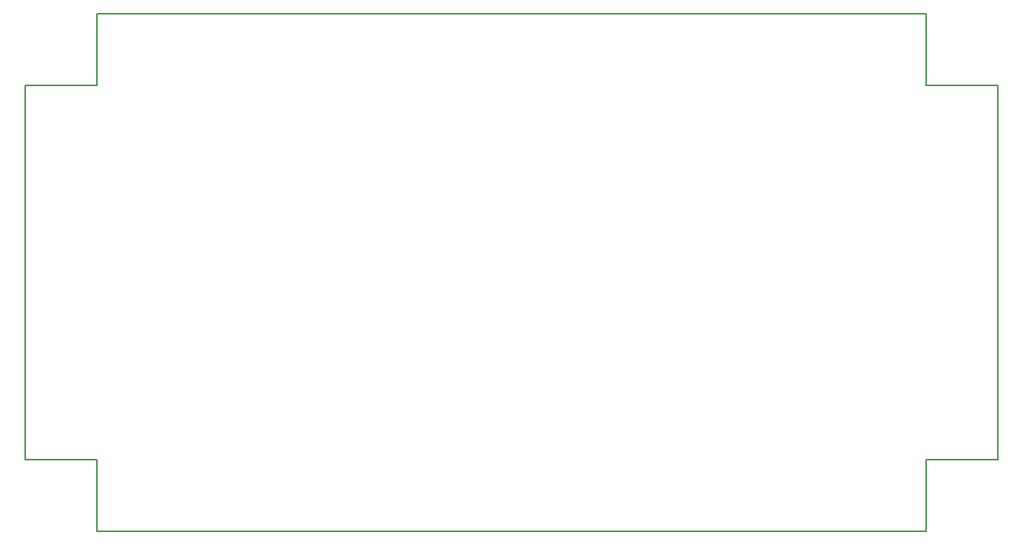
<source format=gbr>
%TF.GenerationSoftware,KiCad,Pcbnew,(5.1.9)-1*%
%TF.CreationDate,2021-07-08T16:45:59-05:00*%
%TF.ProjectId,RPi_Zero_pHat_Template,5250695f-5a65-4726-9f5f-704861745f54,rev?*%
%TF.SameCoordinates,Original*%
%TF.FileFunction,Paste,Bot*%
%TF.FilePolarity,Positive*%
%FSLAX46Y46*%
G04 Gerber Fmt 4.6, Leading zero omitted, Abs format (unit mm)*
G04 Created by KiCad (PCBNEW (5.1.9)-1) date 2021-07-08 16:45:59*
%MOMM*%
%LPD*%
G01*
G04 APERTURE LIST*
%TA.AperFunction,Profile*%
%ADD10C,0.150000*%
%TD*%
G04 APERTURE END LIST*
D10*
X197750000Y-125046000D02*
X197750000Y-83546000D01*
X189750000Y-83546000D02*
X197750000Y-83546000D01*
X189750000Y-83546000D02*
X189750000Y-75546000D01*
X197750000Y-125046000D02*
X189750000Y-125046000D01*
X189750000Y-133046000D02*
X189750000Y-125046000D01*
X97750000Y-133046000D02*
X189750000Y-133046000D01*
X97750000Y-125046000D02*
X97750000Y-133046000D01*
X97750000Y-125046000D02*
X89750000Y-125046000D01*
X89750000Y-125046000D02*
X89750000Y-83546000D01*
X89750000Y-83546000D02*
X97750000Y-83546000D01*
X97750000Y-75546000D02*
X97750000Y-83546000D01*
X97750000Y-75546000D02*
X189750000Y-75546000D01*
M02*

</source>
